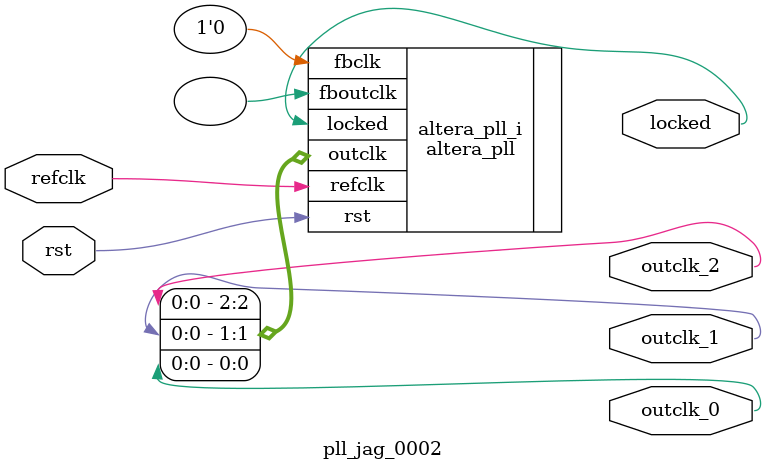
<source format=v>
`timescale 1ns/10ps
module  pll_jag_0002(

	// interface 'refclk'
	input wire refclk,

	// interface 'reset'
	input wire rst,

	// interface 'outclk0'
	output wire outclk_0,

	// interface 'outclk1'
	output wire outclk_1,

	// interface 'outclk2'
	output wire outclk_2,

	// interface 'locked'
	output wire locked
);

	altera_pll #(
		.fractional_vco_multiplier("false"),
		.reference_clock_frequency("50.0 MHz"),
		.operation_mode("direct"),
		.number_of_clocks(3),
		.output_clock_frequency0("53.181818 MHz"),
		.phase_shift0("0 ps"),
		.duty_cycle0(50),
		.output_clock_frequency1("106.363636 MHz"),
		.phase_shift1("0 ps"),
		.duty_cycle1(50),
		.output_clock_frequency2("106.363636 MHz"),
		.phase_shift2("-1495 ps"),
		.duty_cycle2(50),
		.output_clock_frequency3("0 MHz"),
		.phase_shift3("0 ps"),
		.duty_cycle3(50),
		.output_clock_frequency4("0 MHz"),
		.phase_shift4("0 ps"),
		.duty_cycle4(50),
		.output_clock_frequency5("0 MHz"),
		.phase_shift5("0 ps"),
		.duty_cycle5(50),
		.output_clock_frequency6("0 MHz"),
		.phase_shift6("0 ps"),
		.duty_cycle6(50),
		.output_clock_frequency7("0 MHz"),
		.phase_shift7("0 ps"),
		.duty_cycle7(50),
		.output_clock_frequency8("0 MHz"),
		.phase_shift8("0 ps"),
		.duty_cycle8(50),
		.output_clock_frequency9("0 MHz"),
		.phase_shift9("0 ps"),
		.duty_cycle9(50),
		.output_clock_frequency10("0 MHz"),
		.phase_shift10("0 ps"),
		.duty_cycle10(50),
		.output_clock_frequency11("0 MHz"),
		.phase_shift11("0 ps"),
		.duty_cycle11(50),
		.output_clock_frequency12("0 MHz"),
		.phase_shift12("0 ps"),
		.duty_cycle12(50),
		.output_clock_frequency13("0 MHz"),
		.phase_shift13("0 ps"),
		.duty_cycle13(50),
		.output_clock_frequency14("0 MHz"),
		.phase_shift14("0 ps"),
		.duty_cycle14(50),
		.output_clock_frequency15("0 MHz"),
		.phase_shift15("0 ps"),
		.duty_cycle15(50),
		.output_clock_frequency16("0 MHz"),
		.phase_shift16("0 ps"),
		.duty_cycle16(50),
		.output_clock_frequency17("0 MHz"),
		.phase_shift17("0 ps"),
		.duty_cycle17(50),
		.pll_type("General"),
		.pll_subtype("General")
	) altera_pll_i (
		.rst	(rst),
		.outclk	({outclk_2, outclk_1, outclk_0}),
		.locked	(locked),
		.fboutclk	( ),
		.fbclk	(1'b0),
		.refclk	(refclk)
	);
endmodule


</source>
